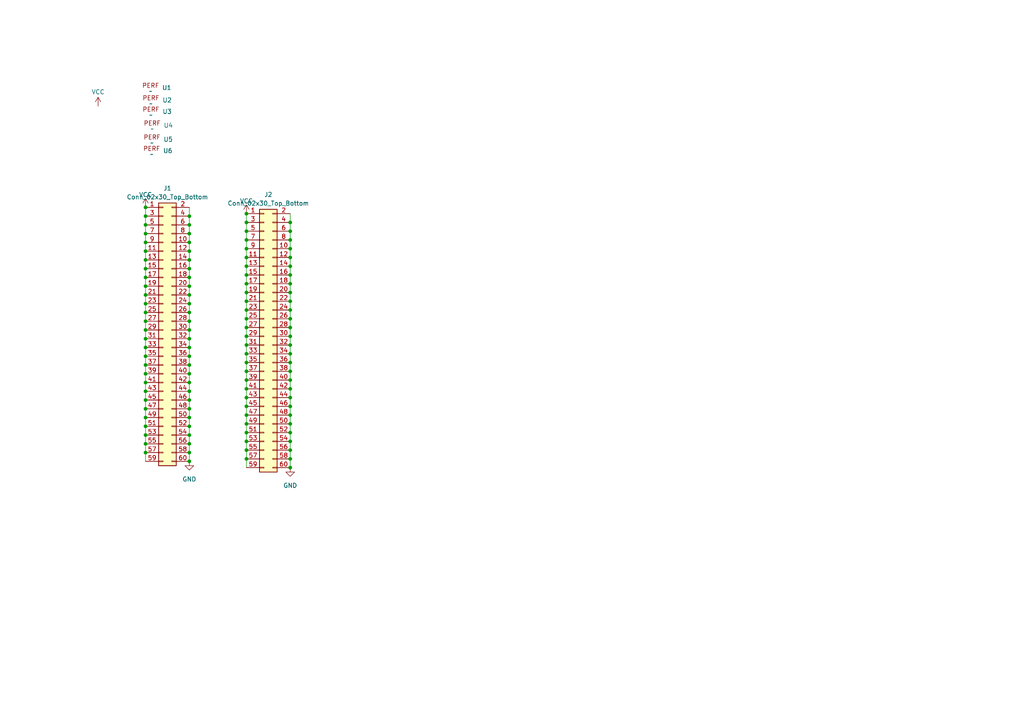
<source format=kicad_sch>
(kicad_sch (version 20230121) (generator eeschema)
  (paper "A4")
  (lib_symbols
    (symbol "Connector_Generic:Conn_02x30_Odd_Even" (pin_names (offset 1.016) hide)
      (property "Reference" "J" (at 1.27 38.1 0))
      (property "Value" "Conn_02x30_Odd_Even" (at 1.27 -40.64 0))
      (symbol "Conn_02x30_Odd_Even_1_1"
        (rectangle (start -1.27 -37.973) (end 0 -38.227) (stroke (width 0.1524)))
        (rectangle (start -1.27 -35.433) (end 0 -35.687) (stroke (width 0.1524)))
        (rectangle (start -1.27 -32.893) (end 0 -33.147) (stroke (width 0.1524)))
        (rectangle (start -1.27 -30.353) (end 0 -30.607) (stroke (width 0.1524)))
        (rectangle (start -1.27 -27.813) (end 0 -28.067) (stroke (width 0.1524)))
        (rectangle (start -1.27 -25.273) (end 0 -25.527) (stroke (width 0.1524)))
        (rectangle (start -1.27 -22.733) (end 0 -22.987) (stroke (width 0.1524)))
        (rectangle (start -1.27 -20.193) (end 0 -20.447) (stroke (width 0.1524)))
        (rectangle (start -1.27 -17.653) (end 0 -17.907) (stroke (width 0.1524)))
        (rectangle (start -1.27 -15.113) (end 0 -15.367) (stroke (width 0.1524)))
        (rectangle (start -1.27 -12.573) (end 0 -12.827) (stroke (width 0.1524)))
        (rectangle (start -1.27 -10.033) (end 0 -10.287) (stroke (width 0.1524)))
        (rectangle (start -1.27 -7.493) (end 0 -7.747) (stroke (width 0.1524)))
        (rectangle (start -1.27 -4.953) (end 0 -5.207) (stroke (width 0.1524)))
        (rectangle (start -1.27 -2.413) (end 0 -2.667) (stroke (width 0.1524)))
        (rectangle (start -1.27 0.127) (end 0 -0.127) (stroke (width 0.1524)))
        (rectangle (start -1.27 2.667) (end 0 2.413) (stroke (width 0.1524)))
        (rectangle (start -1.27 5.207) (end 0 4.953) (stroke (width 0.1524)))
        (rectangle (start -1.27 7.747) (end 0 7.493) (stroke (width 0.1524)))
        (rectangle (start -1.27 10.287) (end 0 10.033) (stroke (width 0.1524)))
        (rectangle (start -1.27 12.827) (end 0 12.573) (stroke (width 0.1524)))
        (rectangle (start -1.27 15.367) (end 0 15.113) (stroke (width 0.1524)))
        (rectangle (start -1.27 17.907) (end 0 17.653) (stroke (width 0.1524)))
        (rectangle (start -1.27 20.447) (end 0 20.193) (stroke (width 0.1524)))
        (rectangle (start -1.27 22.987) (end 0 22.733) (stroke (width 0.1524)))
        (rectangle (start -1.27 25.527) (end 0 25.273) (stroke (width 0.1524)))
        (rectangle (start -1.27 28.067) (end 0 27.813) (stroke (width 0.1524)))
        (rectangle (start -1.27 30.607) (end 0 30.353) (stroke (width 0.1524)))
        (rectangle (start -1.27 33.147) (end 0 32.893) (stroke (width 0.1524)))
        (rectangle (start -1.27 35.687) (end 0 35.433) (stroke (width 0.1524)))
        (rectangle (start -1.27 36.83) (end 3.81 -39.37) (stroke (width 0.254)) (fill (type background)))
        (rectangle (start 3.81 -37.973) (end 2.54 -38.227) (stroke (width 0.1524)))
        (rectangle (start 3.81 -35.433) (end 2.54 -35.687) (stroke (width 0.1524)))
        (rectangle (start 3.81 -32.893) (end 2.54 -33.147) (stroke (width 0.1524)))
        (rectangle (start 3.81 -30.353) (end 2.54 -30.607) (stroke (width 0.1524)))
        (rectangle (start 3.81 -27.813) (end 2.54 -28.067) (stroke (width 0.1524)))
        (rectangle (start 3.81 -25.273) (end 2.54 -25.527) (stroke (width 0.1524)))
        (rectangle (start 3.81 -22.733) (end 2.54 -22.987) (stroke (width 0.1524)))
        (rectangle (start 3.81 -20.193) (end 2.54 -20.447) (stroke (width 0.1524)))
        (rectangle (start 3.81 -17.653) (end 2.54 -17.907) (stroke (width 0.1524)))
        (rectangle (start 3.81 -15.113) (end 2.54 -15.367) (stroke (width 0.1524)))
        (rectangle (start 3.81 -12.573) (end 2.54 -12.827) (stroke (width 0.1524)))
        (rectangle (start 3.81 -10.033) (end 2.54 -10.287) (stroke (width 0.1524)))
        (rectangle (start 3.81 -7.493) (end 2.54 -7.747) (stroke (width 0.1524)))
        (rectangle (start 3.81 -4.953) (end 2.54 -5.207) (stroke (width 0.1524)))
        (rectangle (start 3.81 -2.413) (end 2.54 -2.667) (stroke (width 0.1524)))
        (rectangle (start 3.81 0.127) (end 2.54 -0.127) (stroke (width 0.1524)))
        (rectangle (start 3.81 2.667) (end 2.54 2.413) (stroke (width 0.1524)))
        (rectangle (start 3.81 5.207) (end 2.54 4.953) (stroke (width 0.1524)))
        (rectangle (start 3.81 7.747) (end 2.54 7.493) (stroke (width 0.1524)))
        (rectangle (start 3.81 10.287) (end 2.54 10.033) (stroke (width 0.1524)))
        (rectangle (start 3.81 12.827) (end 2.54 12.573) (stroke (width 0.1524)))
        (rectangle (start 3.81 15.367) (end 2.54 15.113) (stroke (width 0.1524)))
        (rectangle (start 3.81 17.907) (end 2.54 17.653) (stroke (width 0.1524)))
        (rectangle (start 3.81 20.447) (end 2.54 20.193) (stroke (width 0.1524)))
        (rectangle (start 3.81 22.987) (end 2.54 22.733) (stroke (width 0.1524)))
        (rectangle (start 3.81 25.527) (end 2.54 25.273) (stroke (width 0.1524)))
        (rectangle (start 3.81 28.067) (end 2.54 27.813) (stroke (width 0.1524)))
        (rectangle (start 3.81 30.607) (end 2.54 30.353) (stroke (width 0.1524)))
        (rectangle (start 3.81 33.147) (end 2.54 32.893) (stroke (width 0.1524)))
        (rectangle (start 3.81 35.687) (end 2.54 35.433) (stroke (width 0.1524)))
        (pin passive line (at -5.08 35.56 0) (length 3.81) (name "Pin_1") (number "1"))
        (pin passive line (at 7.62 25.4 180) (length 3.81) (name "Pin_10") (number "10"))
        (pin passive line (at -5.08 22.86 0) (length 3.81) (name "Pin_11") (number "11"))
        (pin passive line (at 7.62 22.86 180) (length 3.81) (name "Pin_12") (number "12"))
        (pin passive line (at -5.08 20.32 0) (length 3.81) (name "Pin_13") (number "13"))
        (pin passive line (at 7.62 20.32 180) (length 3.81) (name "Pin_14") (number "14"))
        (pin passive line (at -5.08 17.78 0) (length 3.81) (name "Pin_15") (number "15"))
        (pin passive line (at 7.62 17.78 180) (length 3.81) (name "Pin_16") (number "16"))
        (pin passive line (at -5.08 15.24 0) (length 3.81) (name "Pin_17") (number "17"))
        (pin passive line (at 7.62 15.24 180) (length 3.81) (name "Pin_18") (number "18"))
        (pin passive line (at -5.08 12.7 0) (length 3.81) (name "Pin_19") (number "19"))
        (pin passive line (at 7.62 35.56 180) (length 3.81) (name "Pin_2") (number "2"))
        (pin passive line (at 7.62 12.7 180) (length 3.81) (name "Pin_20") (number "20"))
        (pin passive line (at -5.08 10.16 0) (length 3.81) (name "Pin_21") (number "21"))
        (pin passive line (at 7.62 10.16 180) (length 3.81) (name "Pin_22") (number "22"))
        (pin passive line (at -5.08 7.62 0) (length 3.81) (name "Pin_23") (number "23"))
        (pin passive line (at 7.62 7.62 180) (length 3.81) (name "Pin_24") (number "24"))
        (pin passive line (at -5.08 5.08 0) (length 3.81) (name "Pin_25") (number "25"))
        (pin passive line (at 7.62 5.08 180) (length 3.81) (name "Pin_26") (number "26"))
        (pin passive line (at -5.08 2.54 0) (length 3.81) (name "Pin_27") (number "27"))
        (pin passive line (at 7.62 2.54 180) (length 3.81) (name "Pin_28") (number "28"))
        (pin passive line (at -5.08 0 0) (length 3.81) (name "Pin_29") (number "29"))
        (pin passive line (at -5.08 33.02 0) (length 3.81) (name "Pin_3") (number "3"))
        (pin passive line (at 7.62 0 180) (length 3.81) (name "Pin_30") (number "30"))
        (pin passive line (at -5.08 -2.54 0) (length 3.81) (name "Pin_31") (number "31"))
        (pin passive line (at 7.62 -2.54 180) (length 3.81) (name "Pin_32") (number "32"))
        (pin passive line (at -5.08 -5.08 0) (length 3.81) (name "Pin_33") (number "33"))
        (pin passive line (at 7.62 -5.08 180) (length 3.81) (name "Pin_34") (number "34"))
        (pin passive line (at -5.08 -7.62 0) (length 3.81) (name "Pin_35") (number "35"))
        (pin passive line (at 7.62 -7.62 180) (length 3.81) (name "Pin_36") (number "36"))
        (pin passive line (at -5.08 -10.16 0) (length 3.81) (name "Pin_37") (number "37"))
        (pin passive line (at 7.62 -10.16 180) (length 3.81) (name "Pin_38") (number "38"))
        (pin passive line (at -5.08 -12.7 0) (length 3.81) (name "Pin_39") (number "39"))
        (pin passive line (at 7.62 33.02 180) (length 3.81) (name "Pin_4") (number "4"))
        (pin passive line (at 7.62 -12.7 180) (length 3.81) (name "Pin_40") (number "40"))
        (pin passive line (at -5.08 -15.24 0) (length 3.81) (name "Pin_41") (number "41"))
        (pin passive line (at 7.62 -15.24 180) (length 3.81) (name "Pin_42") (number "42"))
        (pin passive line (at -5.08 -17.78 0) (length 3.81) (name "Pin_43") (number "43"))
        (pin passive line (at 7.62 -17.78 180) (length 3.81) (name "Pin_44") (number "44"))
        (pin passive line (at -5.08 -20.32 0) (length 3.81) (name "Pin_45") (number "45"))
        (pin passive line (at 7.62 -20.32 180) (length 3.81) (name "Pin_46") (number "46"))
        (pin passive line (at -5.08 -22.86 0) (length 3.81) (name "Pin_47") (number "47"))
        (pin passive line (at 7.62 -22.86 180) (length 3.81) (name "Pin_48") (number "48"))
        (pin passive line (at -5.08 -25.4 0) (length 3.81) (name "Pin_49") (number "49"))
        (pin passive line (at -5.08 30.48 0) (length 3.81) (name "Pin_5") (number "5"))
        (pin passive line (at 7.62 -25.4 180) (length 3.81) (name "Pin_50") (number "50"))
        (pin passive line (at -5.08 -27.94 0) (length 3.81) (name "Pin_51") (number "51"))
        (pin passive line (at 7.62 -27.94 180) (length 3.81) (name "Pin_52") (number "52"))
        (pin passive line (at -5.08 -30.48 0) (length 3.81) (name "Pin_53") (number "53"))
        (pin passive line (at 7.62 -30.48 180) (length 3.81) (name "Pin_54") (number "54"))
        (pin passive line (at -5.08 -33.02 0) (length 3.81) (name "Pin_55") (number "55"))
        (pin passive line (at 7.62 -33.02 180) (length 3.81) (name "Pin_56") (number "56"))
        (pin passive line (at -5.08 -35.56 0) (length 3.81) (name "Pin_57") (number "57"))
        (pin passive line (at 7.62 -35.56 180) (length 3.81) (name "Pin_58") (number "58"))
        (pin passive line (at -5.08 -38.1 0) (length 3.81) (name "Pin_59") (number "59"))
        (pin passive line (at 7.62 30.48 180) (length 3.81) (name "Pin_6") (number "6"))
        (pin passive line (at 7.62 -38.1 180) (length 3.81) (name "Pin_60") (number "60"))
        (pin passive line (at -5.08 27.94 0) (length 3.81) (name "Pin_7") (number "7"))
        (pin passive line (at 7.62 27.94 180) (length 3.81) (name "Pin_8") (number "8"))
        (pin passive line (at -5.08 25.4 0) (length 3.81) (name "Pin_9") (number "9"))
      )
    )
    (symbol "DPX_CONN:DPX_PERF"
      (property "Reference" "U" (at 0 0 0))
      (symbol "DPX_PERF_1_1"
        (text "PERF" (at 0 1.651 0) (effects (font (size 1.27 1.27))))
      )
    )
    (symbol "power:GND" (power) (pin_names (offset 0))
      (property "Value" "GND" (at 0 -3.81 0))
      (symbol "GND_0_1"
        (polyline (pts (xy 0 0) (xy 0 -1.27) (xy 1.27 -1.27) (xy 0 -2.54) (xy -1.27 -1.27) (xy 0 -1.27)))
      )
      (symbol "GND_1_1"
        (pin power_in line (at 0 0 270) (length 0) hide (name "GND") (number "1"))
      )
    )
    (symbol "power:VCC" (power) (pin_names (offset 0))
      (property "Value" "VCC" (at 0 3.81 0))
      (symbol "VCC_0_1"
        (polyline (pts (xy -0.762 1.27) (xy 0 2.54)))
        (polyline (pts (xy 0 0) (xy 0 2.54)))
        (polyline (pts (xy 0 2.54) (xy 0.762 1.27)))
      )
      (symbol "VCC_1_1"
        (pin power_in line (at 0 0 90) (length 0) hide (name "VCC") (number "1"))
      )
    )
  )
  (junction (at 54.9148 70.3072))
  (junction (at 71.4756 125.476))
  (junction (at 54.9148 85.5472))
  (junction (at 42.2148 123.6472))
  (junction (at 42.2148 93.1672))
  (junction (at 54.9148 113.4872))
  (junction (at 71.4756 102.616))
  (junction (at 84.1756 130.556))
  (junction (at 54.9148 103.3272))
  (junction (at 84.1756 107.696))
  (junction (at 84.1756 122.936))
  (junction (at 42.2148 62.6872))
  (junction (at 54.9148 83.0072))
  (junction (at 42.2148 131.2672))
  (junction (at 54.9148 88.0872))
  (junction (at 71.4756 133.096))
  (junction (at 71.4756 100.076))
  (junction (at 54.9148 90.6272))
  (junction (at 71.4756 110.236))
  (junction (at 54.9148 133.8072))
  (junction (at 71.4756 69.596))
  (junction (at 84.1756 128.016))
  (junction (at 84.1756 72.136))
  (junction (at 42.2148 88.0872))
  (junction (at 84.1756 87.376))
  (junction (at 42.2148 98.2472))
  (junction (at 42.2148 105.8672))
  (junction (at 71.4756 120.396))
  (junction (at 54.9148 118.5672))
  (junction (at 84.1756 84.836))
  (junction (at 42.2148 113.4872))
  (junction (at 54.9148 105.8672))
  (junction (at 42.2148 100.7872))
  (junction (at 84.1756 74.676))
  (junction (at 42.2148 95.7072))
  (junction (at 84.1756 115.316))
  (junction (at 71.4756 128.016))
  (junction (at 54.9148 62.6872))
  (junction (at 84.1756 92.456))
  (junction (at 84.1756 117.856))
  (junction (at 71.4756 61.976))
  (junction (at 71.4756 122.936))
  (junction (at 71.4756 107.696))
  (junction (at 42.2148 121.1072))
  (junction (at 54.9148 67.7672))
  (junction (at 84.1756 133.096))
  (junction (at 54.9148 123.6472))
  (junction (at 84.1756 105.156))
  (junction (at 54.9148 65.2272))
  (junction (at 42.2148 83.0072))
  (junction (at 84.1756 125.476))
  (junction (at 84.1756 69.596))
  (junction (at 54.9148 121.1072))
  (junction (at 84.1756 79.756))
  (junction (at 54.9148 128.7272))
  (junction (at 42.2148 126.1872))
  (junction (at 42.2148 85.5472))
  (junction (at 54.9148 116.0272))
  (junction (at 54.9148 126.1872))
  (junction (at 42.2148 108.4072))
  (junction (at 84.1756 120.396))
  (junction (at 71.4756 72.136))
  (junction (at 54.9148 72.8472))
  (junction (at 54.9148 93.1672))
  (junction (at 54.9148 77.9272))
  (junction (at 71.4756 115.316))
  (junction (at 42.2148 75.3872))
  (junction (at 54.9148 80.4672))
  (junction (at 54.9148 108.4072))
  (junction (at 71.4756 77.216))
  (junction (at 84.1756 100.076))
  (junction (at 71.4756 97.536))
  (junction (at 42.2148 65.2272))
  (junction (at 84.1756 102.616))
  (junction (at 42.2148 128.7272))
  (junction (at 54.9148 131.2672))
  (junction (at 84.1756 94.996))
  (junction (at 84.1756 64.516))
  (junction (at 42.2148 118.5672))
  (junction (at 71.4756 117.856))
  (junction (at 84.1756 77.216))
  (junction (at 84.1756 110.236))
  (junction (at 84.1756 112.776))
  (junction (at 84.1756 135.636))
  (junction (at 71.4756 79.756))
  (junction (at 71.4756 64.516))
  (junction (at 42.2148 70.3072))
  (junction (at 42.2148 103.3272))
  (junction (at 71.4756 112.776))
  (junction (at 42.2148 67.7672))
  (junction (at 71.4756 94.996))
  (junction (at 42.2148 110.9472))
  (junction (at 71.4756 89.916))
  (junction (at 84.1756 89.916))
  (junction (at 42.2148 116.0272))
  (junction (at 54.9148 75.3872))
  (junction (at 54.9148 95.7072))
  (junction (at 54.9148 98.2472))
  (junction (at 71.4756 92.456))
  (junction (at 84.1756 67.056))
  (junction (at 71.4756 82.296))
  (junction (at 42.2148 80.4672))
  (junction (at 71.4756 74.676))
  (junction (at 42.2148 90.6272))
  (junction (at 71.4756 87.376))
  (junction (at 84.1756 97.536))
  (junction (at 71.4756 105.156))
  (junction (at 71.4756 67.056))
  (junction (at 42.2148 77.9272))
  (junction (at 54.9148 110.9472))
  (junction (at 54.9148 100.7872))
  (junction (at 42.2148 60.1472))
  (junction (at 71.4756 84.836))
  (junction (at 84.1756 82.296))
  (junction (at 71.4756 130.556))
  (junction (at 42.2148 72.8472))
  (wire (pts (xy 71.4756 74.676) (xy 71.4756 77.216)))
  (wire (pts (xy 54.9148 105.8672) (xy 54.9148 108.4072)))
  (wire (pts (xy 42.2148 88.0872) (xy 42.2148 90.6272)))
  (wire (pts (xy 54.9148 90.6272) (xy 54.9148 93.1672)))
  (wire (pts (xy 54.9148 70.3072) (xy 54.9148 72.8472)))
  (wire (pts (xy 54.9148 67.7672) (xy 54.9148 70.3072)))
  (wire (pts (xy 84.1756 125.476) (xy 84.1756 128.016)))
  (wire (pts (xy 84.1756 130.556) (xy 84.1756 133.096)))
  (wire (pts (xy 54.9148 65.2272) (xy 54.9148 67.7672)))
  (wire (pts (xy 42.2148 110.9472) (xy 42.2148 113.4872)))
  (wire (pts (xy 42.2148 90.6272) (xy 42.2148 93.1672)))
  (wire (pts (xy 84.1756 69.596) (xy 84.1756 72.136)))
  (wire (pts (xy 71.4756 69.596) (xy 71.4756 72.136)))
  (wire (pts (xy 71.4756 117.856) (xy 71.4756 120.396)))
  (wire (pts (xy 54.9148 77.9272) (xy 54.9148 80.4672)))
  (wire (pts (xy 54.9148 110.9472) (xy 54.9148 113.4872)))
  (wire (pts (xy 54.9148 126.1872) (xy 54.9148 128.7272)))
  (wire (pts (xy 71.4756 64.516) (xy 71.4756 67.056)))
  (wire (pts (xy 71.4756 110.236) (xy 71.4756 112.776)))
  (wire (pts (xy 42.2148 95.7072) (xy 42.2148 98.2472)))
  (wire (pts (xy 42.2148 98.2472) (xy 42.2148 100.7872)))
  (wire (pts (xy 42.2148 83.0072) (xy 42.2148 85.5472)))
  (wire (pts (xy 54.9148 80.4672) (xy 54.9148 83.0072)))
  (wire (pts (xy 84.1756 74.676) (xy 84.1756 77.216)))
  (wire (pts (xy 71.4756 82.296) (xy 71.4756 84.836)))
  (wire (pts (xy 42.2148 116.0272) (xy 42.2148 118.5672)))
  (wire (pts (xy 71.4756 72.136) (xy 71.4756 74.676)))
  (wire (pts (xy 84.1756 133.096) (xy 84.1756 135.636)))
  (wire (pts (xy 71.4756 107.696) (xy 71.4756 110.236)))
  (wire (pts (xy 84.1756 79.756) (xy 84.1756 82.296)))
  (wire (pts (xy 42.2148 62.6872) (xy 42.2148 65.2272)))
  (wire (pts (xy 42.2148 77.9272) (xy 42.2148 80.4672)))
  (wire (pts (xy 42.2148 128.7272) (xy 42.2148 131.2672)))
  (wire (pts (xy 42.2148 118.5672) (xy 42.2148 121.1072)))
  (wire (pts (xy 71.4756 130.556) (xy 71.4756 133.096)))
  (wire (pts (xy 71.4756 112.776) (xy 71.4756 115.316)))
  (wire (pts (xy 42.2148 131.2672) (xy 42.2148 133.8072)))
  (wire (pts (xy 71.4756 77.216) (xy 71.4756 79.756)))
  (wire (pts (xy 42.2148 80.4672) (xy 42.2148 83.0072)))
  (wire (pts (xy 84.1756 89.916) (xy 84.1756 92.456)))
  (wire (pts (xy 42.2148 75.3872) (xy 42.2148 77.9272)))
  (wire (pts (xy 42.2148 105.8672) (xy 42.2148 108.4072)))
  (wire (pts (xy 84.1756 87.376) (xy 84.1756 89.916)))
  (wire (pts (xy 71.4756 125.476) (xy 71.4756 128.016)))
  (wire (pts (xy 71.4756 133.096) (xy 71.4756 135.636)))
  (wire (pts (xy 71.4756 84.836) (xy 71.4756 87.376)))
  (wire (pts (xy 54.9148 128.7272) (xy 54.9148 131.2672)))
  (wire (pts (xy 54.9148 88.0872) (xy 54.9148 90.6272)))
  (wire (pts (xy 54.9148 131.2672) (xy 54.9148 133.8072)))
  (wire (pts (xy 54.9148 121.1072) (xy 54.9148 123.6472)))
  (wire (pts (xy 84.1756 115.316) (xy 84.1756 117.856)))
  (wire (pts (xy 42.2148 70.3072) (xy 42.2148 72.8472)))
  (wire (pts (xy 42.2148 113.4872) (xy 42.2148 116.0272)))
  (wire (pts (xy 84.1756 82.296) (xy 84.1756 84.836)))
  (wire (pts (xy 54.9148 60.1472) (xy 54.9148 62.6872)))
  (wire (pts (xy 54.9148 113.4872) (xy 54.9148 116.0272)))
  (wire (pts (xy 42.2148 67.7672) (xy 42.2148 70.3072)))
  (wire (pts (xy 84.1756 100.076) (xy 84.1756 102.616)))
  (wire (pts (xy 71.4756 122.936) (xy 71.4756 125.476)))
  (wire (pts (xy 84.1756 112.776) (xy 84.1756 115.316)))
  (wire (pts (xy 54.9148 72.8472) (xy 54.9148 75.3872)))
  (wire (pts (xy 71.4756 102.616) (xy 71.4756 105.156)))
  (wire (pts (xy 84.1756 92.456) (xy 84.1756 94.996)))
  (wire (pts (xy 42.2148 121.1072) (xy 42.2148 123.6472)))
  (wire (pts (xy 71.4756 94.996) (xy 71.4756 97.536)))
  (wire (pts (xy 54.9148 93.1672) (xy 54.9148 95.7072)))
  (wire (pts (xy 42.2148 100.7872) (xy 42.2148 103.3272)))
  (wire (pts (xy 84.1756 102.616) (xy 84.1756 105.156)))
  (wire (pts (xy 54.9148 95.7072) (xy 54.9148 98.2472)))
  (wire (pts (xy 71.4756 128.016) (xy 71.4756 130.556)))
  (wire (pts (xy 54.9148 85.5472) (xy 54.9148 88.0872)))
  (wire (pts (xy 54.9148 123.6472) (xy 54.9148 126.1872)))
  (wire (pts (xy 84.1756 77.216) (xy 84.1756 79.756)))
  (wire (pts (xy 84.1756 72.136) (xy 84.1756 74.676)))
  (wire (pts (xy 42.2148 123.6472) (xy 42.2148 126.1872)))
  (wire (pts (xy 71.4756 100.076) (xy 71.4756 102.616)))
  (wire (pts (xy 71.4756 105.156) (xy 71.4756 107.696)))
  (wire (pts (xy 84.1756 120.396) (xy 84.1756 122.936)))
  (wire (pts (xy 71.4756 115.316) (xy 71.4756 117.856)))
  (wire (pts (xy 71.4756 67.056) (xy 71.4756 69.596)))
  (wire (pts (xy 54.9148 100.7872) (xy 54.9148 103.3272)))
  (wire (pts (xy 54.9148 103.3272) (xy 54.9148 105.8672)))
  (wire (pts (xy 42.2148 108.4072) (xy 42.2148 110.9472)))
  (wire (pts (xy 42.2148 85.5472) (xy 42.2148 88.0872)))
  (wire (pts (xy 42.2148 65.2272) (xy 42.2148 67.7672)))
  (wire (pts (xy 54.9148 83.0072) (xy 54.9148 85.5472)))
  (wire (pts (xy 84.1756 67.056) (xy 84.1756 69.596)))
  (wire (pts (xy 54.9148 116.0272) (xy 54.9148 118.5672)))
  (wire (pts (xy 71.4756 89.916) (xy 71.4756 92.456)))
  (wire (pts (xy 84.1756 64.516) (xy 84.1756 67.056)))
  (wire (pts (xy 84.1756 97.536) (xy 84.1756 100.076)))
  (wire (pts (xy 84.1756 107.696) (xy 84.1756 110.236)))
  (wire (pts (xy 71.4756 87.376) (xy 71.4756 89.916)))
  (wire (pts (xy 84.1756 105.156) (xy 84.1756 107.696)))
  (wire (pts (xy 42.2148 103.3272) (xy 42.2148 105.8672)))
  (wire (pts (xy 54.9148 118.5672) (xy 54.9148 121.1072)))
  (wire (pts (xy 54.9148 108.4072) (xy 54.9148 110.9472)))
  (wire (pts (xy 84.1756 61.976) (xy 84.1756 64.516)))
  (wire (pts (xy 42.2148 126.1872) (xy 42.2148 128.7272)))
  (wire (pts (xy 54.9148 62.6872) (xy 54.9148 65.2272)))
  (wire (pts (xy 84.1756 128.016) (xy 84.1756 130.556)))
  (wire (pts (xy 71.4756 79.756) (xy 71.4756 82.296)))
  (wire (pts (xy 71.4756 97.536) (xy 71.4756 100.076)))
  (wire (pts (xy 71.4756 92.456) (xy 71.4756 94.996)))
  (wire (pts (xy 42.2148 93.1672) (xy 42.2148 95.7072)))
  (wire (pts (xy 71.4756 61.976) (xy 71.4756 64.516)))
  (wire (pts (xy 42.2148 72.8472) (xy 42.2148 75.3872)))
  (wire (pts (xy 54.9148 98.2472) (xy 54.9148 100.7872)))
  (wire (pts (xy 84.1756 84.836) (xy 84.1756 87.376)))
  (wire (pts (xy 54.9148 75.3872) (xy 54.9148 77.9272)))
  (wire (pts (xy 84.1756 94.996) (xy 84.1756 97.536)))
  (wire (pts (xy 84.1756 110.236) (xy 84.1756 112.776)))
  (wire (pts (xy 71.4756 120.396) (xy 71.4756 122.936)))
  (wire (pts (xy 42.2148 60.1472) (xy 42.2148 62.6872)))
  (wire (pts (xy 84.1756 117.856) (xy 84.1756 120.396)))
  (wire (pts (xy 84.1756 122.936) (xy 84.1756 125.476)))
  (symbol (lib_id "DPX_CONN:DPX_PERF") (at 43.7896 33.3756 0) (unit 1)
    (property "Reference" "U3" (at 47.0916 32.3596 0) (effects (justify left)))
    (property "Value" "~" (at 43.7896 33.3756 0))
    (property "Footprint" "DPX_CONN:DPX_PROTOBOARD-5x5" (effects hide))
  )
  (symbol (lib_id "DPX_CONN:DPX_PERF") (at 43.7896 30.0736 0) (unit 1)
    (property "Reference" "U2" (at 47.0916 29.0576 0) (effects (justify left)))
    (property "Value" "~" (at 43.7896 30.0736 0))
    (property "Footprint" "DPX_CONN:DPX_PROTOBOARD-5x5" (effects hide))
  )
  (symbol (lib_id "power:VCC") (at 71.4756 61.976 0) (unit 1)
    (property "Reference" "#PWR04" (effects hide))
    (property "Value" "VCC" (at 71.4756 58.3184 0))
  )
  (symbol (lib_id "Connector_Generic:Conn_02x30_Odd_Even") (at 76.5556 97.536 0) (unit 1)
    (property "Reference" "J2" (at 77.8256 56.4388 0))
    (property "Value" "Conn_02x30_Top_Bottom" (at 77.8256 58.9788 0))
    (property "Footprint" "DPX_CONN:DPX-02x30-nosilk" (effects hide))
  )
  (symbol (lib_id "DPX_CONN:DPX_PERF") (at 43.688 26.4668 0) (unit 1)
    (property "Reference" "U1" (at 46.99 25.4508 0) (effects (justify left)))
    (property "Value" "~" (at 43.688 26.4668 0))
    (property "Footprint" "DPX_CONN:DPX_PROTOBOARD-5x5" (effects hide))
  )
  (symbol (lib_id "DPX_CONN:DPX_PERF") (at 43.9928 44.7548 0) (unit 1)
    (property "Reference" "U6" (at 47.2948 43.7388 0) (effects (justify left)))
    (property "Value" "~" (at 43.9928 44.7548 0))
    (property "Footprint" "DPX_CONN:DPX_PROTOBOARD-5x5" (effects hide))
  )
  (symbol (lib_id "DPX_CONN:DPX_PERF") (at 44.1452 37.3888 0) (unit 1)
    (property "Reference" "U4" (at 47.4472 36.3728 0) (effects (justify left)))
    (property "Value" "~" (at 44.1452 37.3888 0))
    (property "Footprint" "DPX_CONN:DPX_PROTOBOARD-5x5" (effects hide))
  )
  (symbol (lib_id "DPX_CONN:DPX_PERF") (at 44.0944 41.4528 0) (unit 1)
    (property "Reference" "U5" (at 47.3964 40.4368 0) (effects (justify left)))
    (property "Value" "~" (at 44.0944 41.4528 0))
    (property "Footprint" "DPX_CONN:DPX_PROTOBOARD-5x5" (effects hide))
  )
  (symbol (lib_id "power:VCC") (at 42.2148 60.1472 0) (unit 1)
    (property "Reference" "#PWR03" (effects hide))
    (property "Value" "VCC" (at 42.2148 56.4896 0))
  )
  (symbol (lib_id "power:GND") (at 54.9148 133.8072 0) (unit 1)
    (property "Reference" "#PWR02" (effects hide))
    (property "Value" "GND" (at 54.9148 138.9888 0))
  )
  (symbol (lib_id "Connector_Generic:Conn_02x30_Odd_Even") (at 47.2948 95.7072 0) (unit 1)
    (property "Reference" "J1" (at 48.5648 54.61 0))
    (property "Value" "Conn_02x30_Top_Bottom" (at 48.5648 57.15 0))
    (property "Footprint" "DPX_CONN:DPX-02x30-nosilk" (effects hide))
  )
  (symbol (lib_id "power:GND") (at 84.1756 135.636 0) (unit 1)
    (property "Reference" "#PWR05" (effects hide))
    (property "Value" "GND" (at 84.1756 140.8176 0))
  )
  (symbol (lib_id "power:VCC") (at 28.448 30.7848 0) (unit 1)
    (property "Reference" "#PWR01" (effects hide))
    (property "Value" "VCC" (at 28.448 26.67 0))
  )
)
</source>
